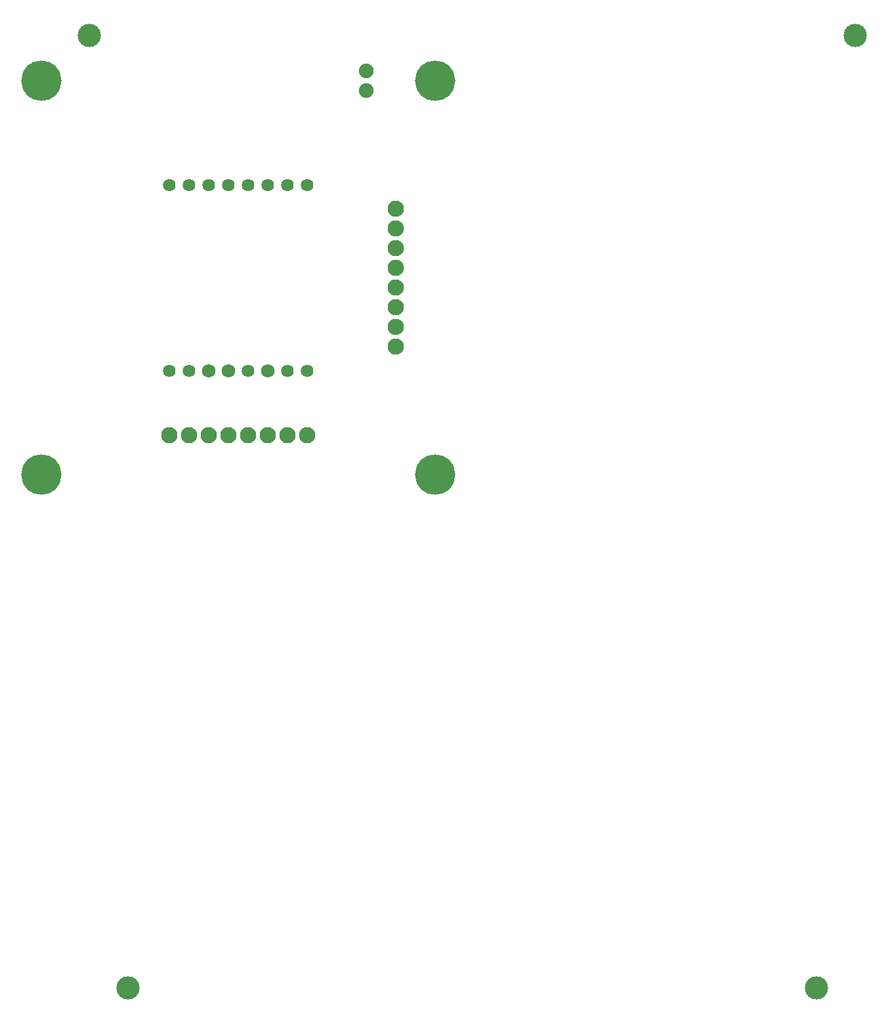
<source format=gbs>
G04 Layer: BottomSolderMaskLayer*
G04 EasyEDA v6.5.22, 2022-11-24 17:16:00*
G04 6a124e1b7ee84966bd2cac91662d51f7,5a6b42c53f6a479593ecc07194224c93,10*
G04 Gerber Generator version 0.2*
G04 Scale: 100 percent, Rotated: No, Reflected: No *
G04 Dimensions in millimeters *
G04 leading zeros omitted , absolute positions ,4 integer and 5 decimal *
%FSLAX45Y45*%
%MOMM*%

%ADD10C,5.2032*%
%ADD11C,2.1016*%
%ADD12C,1.6256*%
%ADD13C,1.7272*%
%ADD14C,1.9016*%
%ADD15C,3.0000*%

%LPD*%
D10*
G01*
X381000Y5461000D03*
G01*
X5461000Y5461000D03*
G01*
X5461000Y381000D03*
G01*
X381000Y381000D03*
D11*
G01*
X2032000Y889000D03*
G01*
X2286000Y889000D03*
G01*
X2540000Y889000D03*
G01*
X2794000Y889000D03*
G01*
X3048000Y889000D03*
G01*
X3302000Y889000D03*
G01*
X3556000Y889000D03*
G01*
X3810000Y889000D03*
G01*
X4956581Y3807205D03*
G01*
X4956581Y3553205D03*
G01*
X4956581Y3299205D03*
G01*
X4956581Y3045205D03*
G01*
X4956581Y2791205D03*
G01*
X4956581Y2537205D03*
G01*
X4956581Y2283205D03*
G01*
X4956581Y2029205D03*
D12*
G01*
X2286000Y1714804D03*
G01*
X2032000Y1714804D03*
D13*
G01*
X2540000Y1714804D03*
G01*
X2794000Y1714804D03*
D12*
G01*
X3048000Y1714804D03*
D13*
G01*
X3302000Y1714804D03*
D12*
G01*
X3556000Y1714804D03*
G01*
X3810000Y1714804D03*
G01*
X3810000Y4114800D03*
G01*
X3556000Y4114800D03*
G01*
X3302000Y4114800D03*
G01*
X3048000Y4114800D03*
G01*
X2794000Y4114800D03*
G01*
X2540000Y4114800D03*
G01*
X2032000Y4114800D03*
G01*
X2286000Y4114800D03*
D14*
G01*
X4572000Y5334000D03*
G01*
X4572000Y5588000D03*
D15*
G01*
X999997Y6041999D03*
G01*
X10884001Y6041999D03*
G01*
X1499996Y-6241999D03*
G01*
X10384002Y-6241999D03*
M02*

</source>
